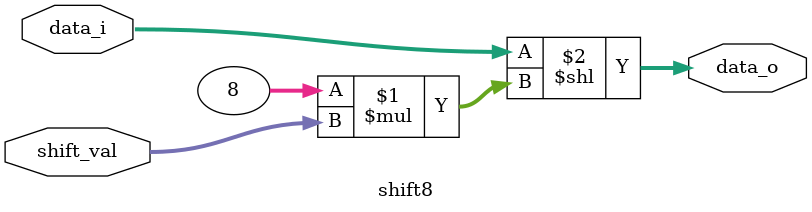
<source format=sv>
module shift8(
	      input [2:0]   shift_val,
	      input [31:0]  data_i,
	      output [31:0] data_o
	      );

   assign data_o = data_i << 8*shift_val;
   
endmodule // shift8

</source>
